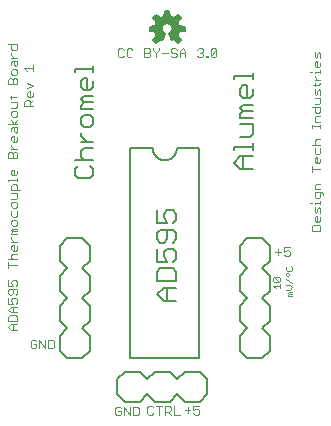
<source format=gto>
G75*
G70*
%OFA0B0*%
%FSLAX24Y24*%
%IPPOS*%
%LPD*%
%AMOC8*
5,1,8,0,0,1.08239X$1,22.5*
%
%ADD10C,0.0060*%
%ADD11C,0.0050*%
%ADD12C,0.0030*%
%ADD13C,0.0020*%
%ADD14C,0.0080*%
%ADD15C,0.0059*%
D10*
X004603Y002968D02*
X006903Y002968D01*
X006903Y009968D01*
X006153Y009968D01*
X006151Y009929D01*
X006145Y009890D01*
X006136Y009852D01*
X006123Y009815D01*
X006106Y009779D01*
X006086Y009746D01*
X006062Y009714D01*
X006036Y009685D01*
X006007Y009659D01*
X005975Y009635D01*
X005942Y009615D01*
X005906Y009598D01*
X005869Y009585D01*
X005831Y009576D01*
X005792Y009570D01*
X005753Y009568D01*
X005714Y009570D01*
X005675Y009576D01*
X005637Y009585D01*
X005600Y009598D01*
X005564Y009615D01*
X005531Y009635D01*
X005499Y009659D01*
X005470Y009685D01*
X005444Y009714D01*
X005420Y009746D01*
X005400Y009779D01*
X005383Y009815D01*
X005370Y009852D01*
X005361Y009890D01*
X005355Y009929D01*
X005353Y009968D01*
X004603Y009968D01*
X004603Y002968D01*
X005710Y004884D02*
X005497Y005097D01*
X005710Y005311D01*
X006137Y005311D01*
X006137Y005528D02*
X006137Y005848D01*
X006030Y005955D01*
X005603Y005955D01*
X005497Y005848D01*
X005497Y005528D01*
X006137Y005528D01*
X005817Y005311D02*
X005817Y004884D01*
X005710Y004884D02*
X006137Y004884D01*
X006030Y006173D02*
X006137Y006279D01*
X006137Y006493D01*
X006030Y006600D01*
X005817Y006600D01*
X005710Y006493D01*
X005710Y006386D01*
X005817Y006173D01*
X005497Y006173D01*
X005497Y006600D01*
X005603Y006817D02*
X005497Y006924D01*
X005497Y007137D01*
X005603Y007244D01*
X006030Y007244D01*
X006137Y007137D01*
X006137Y006924D01*
X006030Y006817D01*
X005817Y006924D02*
X005817Y007244D01*
X005817Y007462D02*
X005710Y007675D01*
X005710Y007782D01*
X005817Y007889D01*
X006030Y007889D01*
X006137Y007782D01*
X006137Y007568D01*
X006030Y007462D01*
X005817Y007462D02*
X005497Y007462D01*
X005497Y007889D01*
X005817Y006924D02*
X005710Y006817D01*
X005603Y006817D01*
X008054Y009478D02*
X008267Y009691D01*
X008694Y009691D01*
X008694Y009909D02*
X008694Y010122D01*
X008694Y010016D02*
X008054Y010016D01*
X008054Y009909D01*
X008374Y009691D02*
X008374Y009264D01*
X008267Y009264D02*
X008054Y009478D01*
X008267Y009264D02*
X008694Y009264D01*
X008587Y010339D02*
X008267Y010339D01*
X008587Y010339D02*
X008694Y010445D01*
X008694Y010766D01*
X008267Y010766D01*
X008267Y010983D02*
X008267Y011090D01*
X008374Y011197D01*
X008267Y011303D01*
X008374Y011410D01*
X008694Y011410D01*
X008694Y011197D02*
X008374Y011197D01*
X008267Y010983D02*
X008694Y010983D01*
X008587Y011628D02*
X008374Y011628D01*
X008267Y011734D01*
X008267Y011948D01*
X008374Y012055D01*
X008481Y012055D01*
X008481Y011628D01*
X008587Y011628D02*
X008694Y011734D01*
X008694Y011948D01*
X008694Y012272D02*
X008694Y012486D01*
X008694Y012379D02*
X008054Y012379D01*
X008054Y012272D01*
D11*
X003363Y012197D02*
X003363Y011993D01*
X003261Y011892D01*
X003058Y011892D01*
X002956Y011993D01*
X002956Y012197D01*
X003058Y012299D01*
X003160Y012299D01*
X003160Y011892D01*
X003058Y011691D02*
X003363Y011691D01*
X003363Y011488D02*
X003058Y011488D01*
X002956Y011589D01*
X003058Y011691D01*
X003058Y011488D02*
X002956Y011386D01*
X002956Y011284D01*
X003363Y011284D01*
X003261Y011083D02*
X003058Y011083D01*
X002956Y010982D01*
X002956Y010778D01*
X003058Y010676D01*
X003261Y010676D01*
X003363Y010778D01*
X003363Y010982D01*
X003261Y011083D01*
X002956Y010475D02*
X002956Y010373D01*
X003160Y010170D01*
X003363Y010170D02*
X002956Y010170D01*
X003058Y009969D02*
X003363Y009969D01*
X003058Y009969D02*
X002956Y009867D01*
X002956Y009664D01*
X003058Y009562D01*
X003261Y009361D02*
X003363Y009260D01*
X003363Y009056D01*
X003261Y008954D01*
X002854Y008954D01*
X002753Y009056D01*
X002753Y009260D01*
X002854Y009361D01*
X002753Y009562D02*
X003363Y009562D01*
X003363Y012499D02*
X003363Y012703D01*
X003363Y012601D02*
X002753Y012601D01*
X002753Y012499D01*
D12*
X001424Y003293D02*
X001328Y003293D01*
X001279Y003341D01*
X001279Y003534D01*
X001328Y003583D01*
X001424Y003583D01*
X001473Y003534D01*
X001473Y003438D02*
X001376Y003438D01*
X001473Y003438D02*
X001473Y003341D01*
X001424Y003293D01*
X001574Y003293D02*
X001574Y003583D01*
X001767Y003293D01*
X001767Y003583D01*
X001869Y003583D02*
X002014Y003583D01*
X002062Y003534D01*
X002062Y003341D01*
X002014Y003293D01*
X001869Y003293D01*
X001869Y003583D01*
X000826Y003899D02*
X000632Y003899D01*
X000536Y003995D01*
X000632Y004092D01*
X000826Y004092D01*
X000826Y004193D02*
X000826Y004338D01*
X000777Y004387D01*
X000584Y004387D01*
X000536Y004338D01*
X000536Y004193D01*
X000826Y004193D01*
X000681Y004092D02*
X000681Y003899D01*
X000681Y004488D02*
X000681Y004681D01*
X000632Y004681D02*
X000826Y004681D01*
X000777Y004782D02*
X000826Y004831D01*
X000826Y004928D01*
X000777Y004976D01*
X000681Y004976D01*
X000632Y004928D01*
X000632Y004879D01*
X000681Y004782D01*
X000536Y004782D01*
X000536Y004976D01*
X000584Y005077D02*
X000536Y005125D01*
X000536Y005222D01*
X000584Y005271D01*
X000777Y005271D01*
X000826Y005222D01*
X000826Y005125D01*
X000777Y005077D01*
X000681Y005125D02*
X000681Y005271D01*
X000681Y005372D02*
X000632Y005469D01*
X000632Y005517D01*
X000681Y005565D01*
X000777Y005565D01*
X000826Y005517D01*
X000826Y005420D01*
X000777Y005372D01*
X000681Y005372D02*
X000536Y005372D01*
X000536Y005565D01*
X000681Y005125D02*
X000632Y005077D01*
X000584Y005077D01*
X000632Y004681D02*
X000536Y004585D01*
X000632Y004488D01*
X000826Y004488D01*
X000536Y005961D02*
X000536Y006155D01*
X000536Y006058D02*
X000826Y006058D01*
X000826Y006256D02*
X000536Y006256D01*
X000632Y006304D02*
X000632Y006401D01*
X000681Y006449D01*
X000826Y006449D01*
X000777Y006550D02*
X000681Y006550D01*
X000632Y006599D01*
X000632Y006695D01*
X000681Y006744D01*
X000729Y006744D01*
X000729Y006550D01*
X000777Y006550D02*
X000826Y006599D01*
X000826Y006695D01*
X000826Y006845D02*
X000632Y006845D01*
X000632Y006942D02*
X000632Y006990D01*
X000632Y006942D02*
X000729Y006845D01*
X000632Y007091D02*
X000632Y007139D01*
X000681Y007187D01*
X000632Y007236D01*
X000681Y007284D01*
X000826Y007284D01*
X000826Y007187D02*
X000681Y007187D01*
X000632Y007091D02*
X000826Y007091D01*
X000777Y007385D02*
X000681Y007385D01*
X000632Y007434D01*
X000632Y007530D01*
X000681Y007579D01*
X000777Y007579D01*
X000826Y007530D01*
X000826Y007434D01*
X000777Y007385D01*
X000777Y007680D02*
X000681Y007680D01*
X000632Y007728D01*
X000632Y007873D01*
X000681Y007974D02*
X000777Y007974D01*
X000826Y008023D01*
X000826Y008120D01*
X000777Y008168D01*
X000681Y008168D01*
X000632Y008120D01*
X000632Y008023D01*
X000681Y007974D01*
X000826Y007728D02*
X000777Y007680D01*
X000826Y007728D02*
X000826Y007873D01*
X000777Y008269D02*
X000632Y008269D01*
X000777Y008269D02*
X000826Y008317D01*
X000826Y008463D01*
X000632Y008463D01*
X000632Y008564D02*
X000632Y008709D01*
X000681Y008757D01*
X000777Y008757D01*
X000826Y008709D01*
X000826Y008564D01*
X000923Y008564D02*
X000632Y008564D01*
X000536Y008858D02*
X000536Y008907D01*
X000826Y008907D01*
X000826Y008955D02*
X000826Y008858D01*
X000777Y009055D02*
X000681Y009055D01*
X000632Y009103D01*
X000632Y009200D01*
X000681Y009248D01*
X000729Y009248D01*
X000729Y009055D01*
X000777Y009055D02*
X000826Y009103D01*
X000826Y009200D01*
X000826Y009644D02*
X000536Y009644D01*
X000536Y009789D01*
X000584Y009838D01*
X000632Y009838D01*
X000681Y009789D01*
X000681Y009644D01*
X000681Y009789D02*
X000729Y009838D01*
X000777Y009838D01*
X000826Y009789D01*
X000826Y009644D01*
X000826Y009939D02*
X000632Y009939D01*
X000632Y010035D02*
X000632Y010084D01*
X000632Y010035D02*
X000729Y009939D01*
X000729Y010184D02*
X000729Y010378D01*
X000681Y010378D01*
X000632Y010329D01*
X000632Y010233D01*
X000681Y010184D01*
X000777Y010184D01*
X000826Y010233D01*
X000826Y010329D01*
X000777Y010479D02*
X000729Y010527D01*
X000729Y010672D01*
X000681Y010672D02*
X000826Y010672D01*
X000826Y010527D01*
X000777Y010479D01*
X000632Y010527D02*
X000632Y010624D01*
X000681Y010672D01*
X000729Y010774D02*
X000632Y010919D01*
X000681Y011019D02*
X000777Y011019D01*
X000826Y011067D01*
X000826Y011164D01*
X000777Y011213D01*
X000681Y011213D01*
X000632Y011164D01*
X000632Y011067D01*
X000681Y011019D01*
X000826Y010919D02*
X000729Y010774D01*
X000826Y010774D02*
X000536Y010774D01*
X000632Y011314D02*
X000777Y011314D01*
X000826Y011362D01*
X000826Y011507D01*
X000632Y011507D01*
X000632Y011608D02*
X000632Y011705D01*
X000584Y011657D02*
X000777Y011657D01*
X000826Y011705D01*
X001066Y011510D02*
X001066Y011365D01*
X001356Y011365D01*
X001259Y011365D02*
X001259Y011510D01*
X001211Y011559D01*
X001114Y011559D01*
X001066Y011510D01*
X001259Y011462D02*
X001356Y011559D01*
X001307Y011660D02*
X001211Y011660D01*
X001162Y011708D01*
X001162Y011805D01*
X001211Y011853D01*
X001259Y011853D01*
X001259Y011660D01*
X001307Y011660D02*
X001356Y011708D01*
X001356Y011805D01*
X001162Y011954D02*
X001356Y012051D01*
X001162Y012148D01*
X000826Y012099D02*
X000826Y012245D01*
X000777Y012293D01*
X000729Y012293D01*
X000681Y012245D01*
X000681Y012099D01*
X000826Y012099D02*
X000536Y012099D01*
X000536Y012245D01*
X000584Y012293D01*
X000632Y012293D01*
X000681Y012245D01*
X000681Y012394D02*
X000777Y012394D01*
X000826Y012442D01*
X000826Y012539D01*
X000777Y012588D01*
X000681Y012588D01*
X000632Y012539D01*
X000632Y012442D01*
X000681Y012394D01*
X000777Y012689D02*
X000729Y012737D01*
X000729Y012882D01*
X000681Y012882D02*
X000826Y012882D01*
X000826Y012737D01*
X000777Y012689D01*
X000632Y012737D02*
X000632Y012834D01*
X000681Y012882D01*
X000729Y012983D02*
X000632Y013080D01*
X000632Y013128D01*
X000681Y013229D02*
X000632Y013277D01*
X000632Y013422D01*
X000536Y013422D02*
X000826Y013422D01*
X000826Y013277D01*
X000777Y013229D01*
X000681Y013229D01*
X000632Y012983D02*
X000826Y012983D01*
X001066Y012640D02*
X001356Y012640D01*
X001356Y012544D02*
X001356Y012737D01*
X001162Y012544D02*
X001066Y012640D01*
X004182Y013045D02*
X004230Y012996D01*
X004327Y012996D01*
X004375Y013045D01*
X004476Y013045D02*
X004476Y013238D01*
X004525Y013287D01*
X004621Y013287D01*
X004670Y013238D01*
X004670Y013045D02*
X004621Y012996D01*
X004525Y012996D01*
X004476Y013045D01*
X004375Y013238D02*
X004327Y013287D01*
X004230Y013287D01*
X004182Y013238D01*
X004182Y013045D01*
X005065Y012996D02*
X005211Y012996D01*
X005259Y013045D01*
X005259Y013093D01*
X005211Y013141D01*
X005065Y013141D01*
X005065Y012996D02*
X005065Y013287D01*
X005211Y013287D01*
X005259Y013238D01*
X005259Y013190D01*
X005211Y013141D01*
X005360Y013238D02*
X005457Y013141D01*
X005457Y012996D01*
X005457Y013141D02*
X005554Y013238D01*
X005554Y013287D01*
X005655Y013141D02*
X005848Y013141D01*
X005949Y013190D02*
X005998Y013141D01*
X006095Y013141D01*
X006143Y013093D01*
X006143Y013045D01*
X006095Y012996D01*
X005998Y012996D01*
X005949Y013045D01*
X005949Y013190D02*
X005949Y013238D01*
X005998Y013287D01*
X006095Y013287D01*
X006143Y013238D01*
X006244Y013190D02*
X006244Y012996D01*
X006244Y013141D02*
X006438Y013141D01*
X006438Y013190D02*
X006438Y012996D01*
X006438Y013190D02*
X006341Y013287D01*
X006244Y013190D01*
X006833Y013238D02*
X006882Y013287D01*
X006978Y013287D01*
X007027Y013238D01*
X007027Y013190D01*
X006978Y013141D01*
X007027Y013093D01*
X007027Y013045D01*
X006978Y012996D01*
X006882Y012996D01*
X006833Y013045D01*
X006930Y013141D02*
X006978Y013141D01*
X007128Y013045D02*
X007176Y013045D01*
X007176Y012996D01*
X007128Y012996D01*
X007128Y013045D01*
X007275Y013045D02*
X007275Y013238D01*
X007324Y013287D01*
X007420Y013287D01*
X007469Y013238D01*
X007275Y013045D01*
X007324Y012996D01*
X007420Y012996D01*
X007469Y013045D01*
X007469Y013238D01*
X005360Y013287D02*
X005360Y013238D01*
X009729Y006659D02*
X009729Y006514D01*
X009825Y006562D01*
X009874Y006562D01*
X009922Y006514D01*
X009922Y006417D01*
X009874Y006369D01*
X009777Y006369D01*
X009729Y006417D01*
X009627Y006514D02*
X009434Y006514D01*
X009531Y006611D02*
X009531Y006417D01*
X009729Y006659D02*
X009922Y006659D01*
X010645Y007214D02*
X010645Y007359D01*
X010694Y007408D01*
X010887Y007408D01*
X010936Y007359D01*
X010936Y007214D01*
X010645Y007214D01*
X010790Y007509D02*
X010742Y007557D01*
X010742Y007654D01*
X010790Y007702D01*
X010839Y007702D01*
X010839Y007509D01*
X010887Y007509D02*
X010790Y007509D01*
X010887Y007509D02*
X010936Y007557D01*
X010936Y007654D01*
X010936Y007803D02*
X010936Y007948D01*
X010887Y007997D01*
X010839Y007948D01*
X010839Y007852D01*
X010790Y007803D01*
X010742Y007852D01*
X010742Y007997D01*
X010742Y008098D02*
X010742Y008146D01*
X010936Y008146D01*
X010936Y008098D02*
X010936Y008195D01*
X010887Y008294D02*
X010936Y008343D01*
X010936Y008488D01*
X010984Y008488D02*
X010742Y008488D01*
X010742Y008343D01*
X010790Y008294D01*
X010887Y008294D01*
X011032Y008391D02*
X011032Y008440D01*
X010984Y008488D01*
X010936Y008589D02*
X010742Y008589D01*
X010742Y008734D01*
X010790Y008783D01*
X010936Y008783D01*
X010645Y009178D02*
X010645Y009372D01*
X010645Y009275D02*
X010936Y009275D01*
X010887Y009473D02*
X010790Y009473D01*
X010742Y009521D01*
X010742Y009618D01*
X010790Y009666D01*
X010839Y009666D01*
X010839Y009473D01*
X010887Y009473D02*
X010936Y009521D01*
X010936Y009618D01*
X010887Y009768D02*
X010936Y009816D01*
X010936Y009961D01*
X010936Y010062D02*
X010645Y010062D01*
X010742Y010111D02*
X010742Y010207D01*
X010790Y010256D01*
X010936Y010256D01*
X010790Y010062D02*
X010742Y010111D01*
X010742Y009961D02*
X010742Y009816D01*
X010790Y009768D01*
X010887Y009768D01*
X010936Y010652D02*
X010936Y010748D01*
X010936Y010700D02*
X010645Y010700D01*
X010645Y010652D02*
X010645Y010748D01*
X010742Y010848D02*
X010742Y010993D01*
X010790Y011041D01*
X010936Y011041D01*
X010887Y011143D02*
X010790Y011143D01*
X010742Y011191D01*
X010742Y011336D01*
X010645Y011336D02*
X010936Y011336D01*
X010936Y011191D01*
X010887Y011143D01*
X010887Y011437D02*
X010742Y011437D01*
X010887Y011437D02*
X010936Y011486D01*
X010936Y011631D01*
X010742Y011631D01*
X010790Y011732D02*
X010742Y011780D01*
X010742Y011925D01*
X010742Y012027D02*
X010742Y012123D01*
X010694Y012075D02*
X010887Y012075D01*
X010936Y012123D01*
X010936Y012223D02*
X010742Y012223D01*
X010742Y012320D02*
X010742Y012368D01*
X010742Y012320D02*
X010839Y012223D01*
X010936Y012469D02*
X010936Y012565D01*
X010936Y012517D02*
X010742Y012517D01*
X010742Y012469D01*
X010645Y012517D02*
X010597Y012517D01*
X010790Y012665D02*
X010742Y012713D01*
X010742Y012810D01*
X010790Y012858D01*
X010839Y012858D01*
X010839Y012665D01*
X010887Y012665D02*
X010790Y012665D01*
X010887Y012665D02*
X010936Y012713D01*
X010936Y012810D01*
X010936Y012960D02*
X010936Y013105D01*
X010887Y013153D01*
X010839Y013105D01*
X010839Y013008D01*
X010790Y012960D01*
X010742Y013008D01*
X010742Y013153D01*
X010887Y011925D02*
X010839Y011877D01*
X010839Y011780D01*
X010790Y011732D01*
X010936Y011732D02*
X010936Y011877D01*
X010887Y011925D01*
X010936Y010848D02*
X010742Y010848D01*
X010645Y008146D02*
X010597Y008146D01*
X006899Y001376D02*
X006706Y001376D01*
X006706Y001231D01*
X006802Y001279D01*
X006851Y001279D01*
X006899Y001231D01*
X006899Y001134D01*
X006851Y001085D01*
X006754Y001085D01*
X006706Y001134D01*
X006604Y001231D02*
X006411Y001231D01*
X006508Y001327D02*
X006508Y001134D01*
X006245Y001085D02*
X006051Y001085D01*
X006051Y001376D01*
X005950Y001327D02*
X005950Y001231D01*
X005902Y001182D01*
X005756Y001182D01*
X005756Y001085D02*
X005756Y001376D01*
X005902Y001376D01*
X005950Y001327D01*
X005853Y001182D02*
X005950Y001085D01*
X005655Y001376D02*
X005462Y001376D01*
X005559Y001376D02*
X005559Y001085D01*
X005361Y001134D02*
X005312Y001085D01*
X005215Y001085D01*
X005167Y001134D01*
X005167Y001327D01*
X005215Y001376D01*
X005312Y001376D01*
X005361Y001327D01*
X004880Y001298D02*
X004880Y001105D01*
X004831Y001056D01*
X004686Y001056D01*
X004686Y001347D01*
X004831Y001347D01*
X004880Y001298D01*
X004585Y001347D02*
X004585Y001056D01*
X004392Y001347D01*
X004392Y001056D01*
X004290Y001105D02*
X004290Y001201D01*
X004194Y001201D01*
X004290Y001105D02*
X004242Y001056D01*
X004145Y001056D01*
X004097Y001105D01*
X004097Y001298D01*
X004145Y001347D01*
X004242Y001347D01*
X004290Y001298D01*
X000681Y006256D02*
X000632Y006304D01*
D13*
X009368Y005623D02*
X009368Y005550D01*
X009405Y005513D01*
X009552Y005513D01*
X009405Y005660D01*
X009552Y005660D01*
X009589Y005623D01*
X009589Y005550D01*
X009552Y005513D01*
X009589Y005439D02*
X009589Y005292D01*
X009589Y005366D02*
X009368Y005366D01*
X009442Y005292D01*
X009368Y005623D02*
X009405Y005660D01*
X009775Y005619D02*
X009995Y005472D01*
X009922Y005398D02*
X009775Y005398D01*
X009922Y005398D02*
X009995Y005324D01*
X009922Y005251D01*
X009775Y005251D01*
X009848Y005140D02*
X009885Y005177D01*
X009995Y005177D01*
X009995Y005103D02*
X009885Y005103D01*
X009848Y005140D01*
X009885Y005103D02*
X009848Y005067D01*
X009848Y005030D01*
X009995Y005030D01*
X009848Y005693D02*
X009812Y005693D01*
X009775Y005729D01*
X009775Y005766D01*
X009812Y005803D01*
X009848Y005803D01*
X009885Y005766D01*
X009885Y005729D01*
X009848Y005693D01*
X009812Y005877D02*
X009958Y005877D01*
X009995Y005914D01*
X009995Y005987D01*
X009958Y006024D01*
X009812Y006024D02*
X009775Y005987D01*
X009775Y005914D01*
X009812Y005877D01*
D14*
X009253Y005718D02*
X009253Y005218D01*
X009003Y004968D01*
X009253Y004718D01*
X009253Y004218D01*
X009003Y003968D01*
X009253Y003718D01*
X009253Y003218D01*
X009003Y002968D01*
X008503Y002968D01*
X008253Y003218D01*
X008253Y003718D01*
X008503Y003968D01*
X008253Y004218D01*
X008253Y004718D01*
X008503Y004968D01*
X008253Y005218D01*
X008253Y005718D01*
X008503Y005968D01*
X008253Y006218D01*
X008253Y006718D01*
X008503Y006968D01*
X009003Y006968D01*
X009253Y006718D01*
X009253Y006218D01*
X009003Y005968D01*
X009253Y005718D01*
X006908Y002504D02*
X007158Y002254D01*
X007158Y001754D01*
X006908Y001504D01*
X006408Y001504D01*
X006158Y001754D01*
X005908Y001504D01*
X005408Y001504D01*
X005158Y001754D01*
X004908Y001504D01*
X004408Y001504D01*
X004158Y001754D01*
X004158Y002254D01*
X004408Y002504D01*
X004908Y002504D01*
X005158Y002254D01*
X005408Y002504D01*
X005908Y002504D01*
X006158Y002254D01*
X006408Y002504D01*
X006908Y002504D01*
X003253Y003218D02*
X003253Y003718D01*
X003003Y003968D01*
X003253Y004218D01*
X003253Y004718D01*
X003003Y004968D01*
X003253Y005218D01*
X003253Y005718D01*
X003003Y005968D01*
X003253Y006218D01*
X003253Y006718D01*
X003003Y006968D01*
X002503Y006968D01*
X002253Y006718D01*
X002253Y006218D01*
X002503Y005968D01*
X002253Y005718D01*
X002253Y005218D01*
X002503Y004968D01*
X002253Y004718D01*
X002253Y004218D01*
X002503Y003968D01*
X002253Y003718D01*
X002253Y003218D01*
X002503Y002968D01*
X003003Y002968D01*
X003253Y003218D01*
D15*
X005463Y013479D02*
X005612Y013600D01*
X005671Y013570D01*
X005756Y013774D01*
X005460Y013774D01*
X005452Y013789D02*
X005483Y013730D01*
X005362Y013581D01*
X005463Y013479D01*
X005456Y013486D02*
X005472Y013486D01*
X005542Y013544D02*
X005399Y013544D01*
X005378Y013601D02*
X005685Y013601D01*
X005709Y013659D02*
X005425Y013659D01*
X005472Y013717D02*
X005732Y013717D01*
X005756Y013774D02*
X005718Y013795D01*
X005687Y013825D01*
X005662Y013861D01*
X005647Y013902D01*
X005642Y013945D01*
X005648Y013989D01*
X005663Y014030D01*
X005688Y014066D01*
X005721Y014096D01*
X005760Y014117D01*
X005803Y014128D01*
X005847Y014128D01*
X005890Y014118D01*
X005929Y014098D01*
X005963Y014069D01*
X005989Y014034D01*
X006005Y013993D01*
X006011Y013949D01*
X006007Y013905D01*
X005992Y013863D01*
X005968Y013826D01*
X005936Y013796D01*
X005898Y013774D01*
X006194Y013774D01*
X006202Y013789D02*
X006223Y013853D01*
X006413Y013873D01*
X006413Y014017D01*
X006223Y014036D01*
X006202Y014100D01*
X006171Y014160D01*
X006292Y014308D01*
X006190Y014410D01*
X006042Y014289D01*
X005982Y014320D01*
X005918Y014340D01*
X005899Y014531D01*
X005755Y014531D01*
X005736Y014340D01*
X005671Y014320D01*
X005612Y014289D01*
X005463Y014410D01*
X005362Y014308D01*
X005483Y014160D01*
X005452Y014100D01*
X005431Y014036D01*
X005241Y014017D01*
X005241Y013873D01*
X005431Y013853D01*
X005452Y013789D01*
X005438Y013832D02*
X005682Y013832D01*
X005652Y013889D02*
X005241Y013889D01*
X005241Y013947D02*
X005643Y013947D01*
X005654Y014005D02*
X005241Y014005D01*
X005440Y014062D02*
X005685Y014062D01*
X005772Y014120D02*
X005462Y014120D01*
X005468Y014177D02*
X006185Y014177D01*
X006192Y014120D02*
X005883Y014120D01*
X005968Y014062D02*
X006214Y014062D01*
X006232Y014235D02*
X005421Y014235D01*
X005374Y014293D02*
X005607Y014293D01*
X005619Y014293D02*
X006035Y014293D01*
X006046Y014293D02*
X006279Y014293D01*
X006250Y014350D02*
X006117Y014350D01*
X006188Y014408D02*
X006193Y014408D01*
X006000Y014005D02*
X006413Y014005D01*
X006413Y013947D02*
X006011Y013947D01*
X006002Y013889D02*
X006413Y013889D01*
X006216Y013832D02*
X005972Y013832D01*
X005898Y013774D02*
X005982Y013570D01*
X006042Y013600D01*
X006190Y013479D01*
X006292Y013581D01*
X006171Y013730D01*
X006202Y013789D01*
X006182Y013717D02*
X005921Y013717D01*
X005945Y013659D02*
X006229Y013659D01*
X006276Y013601D02*
X005969Y013601D01*
X006111Y013544D02*
X006255Y013544D01*
X006197Y013486D02*
X006182Y013486D01*
X005917Y014350D02*
X005737Y014350D01*
X005742Y014408D02*
X005911Y014408D01*
X005906Y014465D02*
X005748Y014465D01*
X005754Y014523D02*
X005900Y014523D01*
X005537Y014350D02*
X005403Y014350D01*
X005461Y014408D02*
X005466Y014408D01*
M02*

</source>
